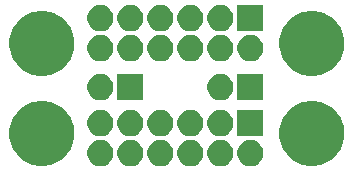
<source format=gbs>
G04 #@! TF.GenerationSoftware,KiCad,Pcbnew,(5.1.5)-3*
G04 #@! TF.CreationDate,2020-11-13T08:06:48-05:00*
G04 #@! TF.ProjectId,PowerDistrib,506f7765-7244-4697-9374-7269622e6b69,rev?*
G04 #@! TF.SameCoordinates,Original*
G04 #@! TF.FileFunction,Soldermask,Bot*
G04 #@! TF.FilePolarity,Negative*
%FSLAX46Y46*%
G04 Gerber Fmt 4.6, Leading zero omitted, Abs format (unit mm)*
G04 Created by KiCad (PCBNEW (5.1.5)-3) date 2020-11-13 08:06:48*
%MOMM*%
%LPD*%
G04 APERTURE LIST*
%ADD10C,0.150000*%
G04 APERTURE END LIST*
D10*
G36*
X137990024Y-77424425D02*
G01*
X138190939Y-77507647D01*
X138190940Y-77507648D01*
X138371759Y-77628467D01*
X138525533Y-77782241D01*
X138525534Y-77782243D01*
X138646353Y-77963061D01*
X138729575Y-78163976D01*
X138772000Y-78377264D01*
X138772000Y-78594736D01*
X138729575Y-78808024D01*
X138646353Y-79008939D01*
X138646352Y-79008940D01*
X138525533Y-79189759D01*
X138371759Y-79343533D01*
X138280735Y-79404353D01*
X138190939Y-79464353D01*
X137990024Y-79547575D01*
X137776736Y-79590000D01*
X137559264Y-79590000D01*
X137345976Y-79547575D01*
X137145061Y-79464353D01*
X137055265Y-79404353D01*
X136964241Y-79343533D01*
X136810467Y-79189759D01*
X136689648Y-79008940D01*
X136689647Y-79008939D01*
X136606425Y-78808024D01*
X136564000Y-78594736D01*
X136564000Y-78377264D01*
X136606425Y-78163976D01*
X136689647Y-77963061D01*
X136810466Y-77782243D01*
X136810467Y-77782241D01*
X136964241Y-77628467D01*
X137145060Y-77507648D01*
X137145061Y-77507647D01*
X137345976Y-77424425D01*
X137559264Y-77382000D01*
X137776736Y-77382000D01*
X137990024Y-77424425D01*
G37*
G36*
X132910024Y-77424425D02*
G01*
X133110939Y-77507647D01*
X133110940Y-77507648D01*
X133291759Y-77628467D01*
X133445533Y-77782241D01*
X133445534Y-77782243D01*
X133566353Y-77963061D01*
X133649575Y-78163976D01*
X133692000Y-78377264D01*
X133692000Y-78594736D01*
X133649575Y-78808024D01*
X133566353Y-79008939D01*
X133566352Y-79008940D01*
X133445533Y-79189759D01*
X133291759Y-79343533D01*
X133200735Y-79404353D01*
X133110939Y-79464353D01*
X132910024Y-79547575D01*
X132696736Y-79590000D01*
X132479264Y-79590000D01*
X132265976Y-79547575D01*
X132065061Y-79464353D01*
X131975265Y-79404353D01*
X131884241Y-79343533D01*
X131730467Y-79189759D01*
X131609648Y-79008940D01*
X131609647Y-79008939D01*
X131526425Y-78808024D01*
X131484000Y-78594736D01*
X131484000Y-78377264D01*
X131526425Y-78163976D01*
X131609647Y-77963061D01*
X131730466Y-77782243D01*
X131730467Y-77782241D01*
X131884241Y-77628467D01*
X132065060Y-77507648D01*
X132065061Y-77507647D01*
X132265976Y-77424425D01*
X132479264Y-77382000D01*
X132696736Y-77382000D01*
X132910024Y-77424425D01*
G37*
G36*
X130370024Y-77424425D02*
G01*
X130570939Y-77507647D01*
X130570940Y-77507648D01*
X130751759Y-77628467D01*
X130905533Y-77782241D01*
X130905534Y-77782243D01*
X131026353Y-77963061D01*
X131109575Y-78163976D01*
X131152000Y-78377264D01*
X131152000Y-78594736D01*
X131109575Y-78808024D01*
X131026353Y-79008939D01*
X131026352Y-79008940D01*
X130905533Y-79189759D01*
X130751759Y-79343533D01*
X130660735Y-79404353D01*
X130570939Y-79464353D01*
X130370024Y-79547575D01*
X130156736Y-79590000D01*
X129939264Y-79590000D01*
X129725976Y-79547575D01*
X129525061Y-79464353D01*
X129435265Y-79404353D01*
X129344241Y-79343533D01*
X129190467Y-79189759D01*
X129069648Y-79008940D01*
X129069647Y-79008939D01*
X128986425Y-78808024D01*
X128944000Y-78594736D01*
X128944000Y-78377264D01*
X128986425Y-78163976D01*
X129069647Y-77963061D01*
X129190466Y-77782243D01*
X129190467Y-77782241D01*
X129344241Y-77628467D01*
X129525060Y-77507648D01*
X129525061Y-77507647D01*
X129725976Y-77424425D01*
X129939264Y-77382000D01*
X130156736Y-77382000D01*
X130370024Y-77424425D01*
G37*
G36*
X127830024Y-77424425D02*
G01*
X128030939Y-77507647D01*
X128030940Y-77507648D01*
X128211759Y-77628467D01*
X128365533Y-77782241D01*
X128365534Y-77782243D01*
X128486353Y-77963061D01*
X128569575Y-78163976D01*
X128612000Y-78377264D01*
X128612000Y-78594736D01*
X128569575Y-78808024D01*
X128486353Y-79008939D01*
X128486352Y-79008940D01*
X128365533Y-79189759D01*
X128211759Y-79343533D01*
X128120735Y-79404353D01*
X128030939Y-79464353D01*
X127830024Y-79547575D01*
X127616736Y-79590000D01*
X127399264Y-79590000D01*
X127185976Y-79547575D01*
X126985061Y-79464353D01*
X126895265Y-79404353D01*
X126804241Y-79343533D01*
X126650467Y-79189759D01*
X126529648Y-79008940D01*
X126529647Y-79008939D01*
X126446425Y-78808024D01*
X126404000Y-78594736D01*
X126404000Y-78377264D01*
X126446425Y-78163976D01*
X126529647Y-77963061D01*
X126650466Y-77782243D01*
X126650467Y-77782241D01*
X126804241Y-77628467D01*
X126985060Y-77507648D01*
X126985061Y-77507647D01*
X127185976Y-77424425D01*
X127399264Y-77382000D01*
X127616736Y-77382000D01*
X127830024Y-77424425D01*
G37*
G36*
X125290024Y-77424425D02*
G01*
X125490939Y-77507647D01*
X125490940Y-77507648D01*
X125671759Y-77628467D01*
X125825533Y-77782241D01*
X125825534Y-77782243D01*
X125946353Y-77963061D01*
X126029575Y-78163976D01*
X126072000Y-78377264D01*
X126072000Y-78594736D01*
X126029575Y-78808024D01*
X125946353Y-79008939D01*
X125946352Y-79008940D01*
X125825533Y-79189759D01*
X125671759Y-79343533D01*
X125580735Y-79404353D01*
X125490939Y-79464353D01*
X125290024Y-79547575D01*
X125076736Y-79590000D01*
X124859264Y-79590000D01*
X124645976Y-79547575D01*
X124445061Y-79464353D01*
X124355265Y-79404353D01*
X124264241Y-79343533D01*
X124110467Y-79189759D01*
X123989648Y-79008940D01*
X123989647Y-79008939D01*
X123906425Y-78808024D01*
X123864000Y-78594736D01*
X123864000Y-78377264D01*
X123906425Y-78163976D01*
X123989647Y-77963061D01*
X124110466Y-77782243D01*
X124110467Y-77782241D01*
X124264241Y-77628467D01*
X124445060Y-77507648D01*
X124445061Y-77507647D01*
X124645976Y-77424425D01*
X124859264Y-77382000D01*
X125076736Y-77382000D01*
X125290024Y-77424425D01*
G37*
G36*
X135450024Y-77424425D02*
G01*
X135650939Y-77507647D01*
X135650940Y-77507648D01*
X135831759Y-77628467D01*
X135985533Y-77782241D01*
X135985534Y-77782243D01*
X136106353Y-77963061D01*
X136189575Y-78163976D01*
X136232000Y-78377264D01*
X136232000Y-78594736D01*
X136189575Y-78808024D01*
X136106353Y-79008939D01*
X136106352Y-79008940D01*
X135985533Y-79189759D01*
X135831759Y-79343533D01*
X135740735Y-79404353D01*
X135650939Y-79464353D01*
X135450024Y-79547575D01*
X135236736Y-79590000D01*
X135019264Y-79590000D01*
X134805976Y-79547575D01*
X134605061Y-79464353D01*
X134515265Y-79404353D01*
X134424241Y-79343533D01*
X134270467Y-79189759D01*
X134149648Y-79008940D01*
X134149647Y-79008939D01*
X134066425Y-78808024D01*
X134024000Y-78594736D01*
X134024000Y-78377264D01*
X134066425Y-78163976D01*
X134149647Y-77963061D01*
X134270466Y-77782243D01*
X134270467Y-77782241D01*
X134424241Y-77628467D01*
X134605060Y-77507648D01*
X134605061Y-77507647D01*
X134805976Y-77424425D01*
X135019264Y-77382000D01*
X135236736Y-77382000D01*
X135450024Y-77424425D01*
G37*
G36*
X120640956Y-74151557D02*
G01*
X120818312Y-74186835D01*
X121319508Y-74394437D01*
X121770572Y-74695829D01*
X122154171Y-75079428D01*
X122455563Y-75530492D01*
X122663165Y-76031688D01*
X122698443Y-76209044D01*
X122710176Y-76268025D01*
X122769000Y-76563755D01*
X122769000Y-77106245D01*
X122663165Y-77638312D01*
X122455563Y-78139508D01*
X122154171Y-78590572D01*
X121770572Y-78974171D01*
X121319508Y-79275563D01*
X120818312Y-79483165D01*
X120640956Y-79518443D01*
X120286247Y-79589000D01*
X119743753Y-79589000D01*
X119389044Y-79518443D01*
X119211688Y-79483165D01*
X118710492Y-79275563D01*
X118259428Y-78974171D01*
X117875829Y-78590572D01*
X117574437Y-78139508D01*
X117366835Y-77638312D01*
X117261000Y-77106245D01*
X117261000Y-76563755D01*
X117319825Y-76268025D01*
X117331557Y-76209044D01*
X117366835Y-76031688D01*
X117574437Y-75530492D01*
X117875829Y-75079428D01*
X118259428Y-74695829D01*
X118710492Y-74394437D01*
X119211688Y-74186835D01*
X119389044Y-74151557D01*
X119743753Y-74081000D01*
X120286247Y-74081000D01*
X120640956Y-74151557D01*
G37*
G36*
X143500956Y-74151557D02*
G01*
X143678312Y-74186835D01*
X144179508Y-74394437D01*
X144630572Y-74695829D01*
X145014171Y-75079428D01*
X145315563Y-75530492D01*
X145523165Y-76031688D01*
X145558443Y-76209044D01*
X145570176Y-76268025D01*
X145629000Y-76563755D01*
X145629000Y-77106245D01*
X145523165Y-77638312D01*
X145315563Y-78139508D01*
X145014171Y-78590572D01*
X144630572Y-78974171D01*
X144179508Y-79275563D01*
X143678312Y-79483165D01*
X143500956Y-79518443D01*
X143146247Y-79589000D01*
X142603753Y-79589000D01*
X142249044Y-79518443D01*
X142071688Y-79483165D01*
X141570492Y-79275563D01*
X141119428Y-78974171D01*
X140735829Y-78590572D01*
X140434437Y-78139508D01*
X140226835Y-77638312D01*
X140121000Y-77106245D01*
X140121000Y-76563755D01*
X140179825Y-76268025D01*
X140191557Y-76209044D01*
X140226835Y-76031688D01*
X140434437Y-75530492D01*
X140735829Y-75079428D01*
X141119428Y-74695829D01*
X141570492Y-74394437D01*
X142071688Y-74186835D01*
X142249044Y-74151557D01*
X142603753Y-74081000D01*
X143146247Y-74081000D01*
X143500956Y-74151557D01*
G37*
G36*
X127830024Y-74884425D02*
G01*
X128030939Y-74967647D01*
X128030940Y-74967648D01*
X128211759Y-75088467D01*
X128365533Y-75242241D01*
X128365534Y-75242243D01*
X128486353Y-75423061D01*
X128569575Y-75623976D01*
X128612000Y-75837264D01*
X128612000Y-76054736D01*
X128569575Y-76268024D01*
X128486353Y-76468939D01*
X128486352Y-76468940D01*
X128365533Y-76649759D01*
X128211759Y-76803533D01*
X128120735Y-76864353D01*
X128030939Y-76924353D01*
X127830024Y-77007575D01*
X127616736Y-77050000D01*
X127399264Y-77050000D01*
X127185976Y-77007575D01*
X126985061Y-76924353D01*
X126895265Y-76864353D01*
X126804241Y-76803533D01*
X126650467Y-76649759D01*
X126529648Y-76468940D01*
X126529647Y-76468939D01*
X126446425Y-76268024D01*
X126404000Y-76054736D01*
X126404000Y-75837264D01*
X126446425Y-75623976D01*
X126529647Y-75423061D01*
X126650466Y-75242243D01*
X126650467Y-75242241D01*
X126804241Y-75088467D01*
X126985060Y-74967648D01*
X126985061Y-74967647D01*
X127185976Y-74884425D01*
X127399264Y-74842000D01*
X127616736Y-74842000D01*
X127830024Y-74884425D01*
G37*
G36*
X138772000Y-77050000D02*
G01*
X136564000Y-77050000D01*
X136564000Y-74842000D01*
X138772000Y-74842000D01*
X138772000Y-77050000D01*
G37*
G36*
X135450024Y-74884425D02*
G01*
X135650939Y-74967647D01*
X135650940Y-74967648D01*
X135831759Y-75088467D01*
X135985533Y-75242241D01*
X135985534Y-75242243D01*
X136106353Y-75423061D01*
X136189575Y-75623976D01*
X136232000Y-75837264D01*
X136232000Y-76054736D01*
X136189575Y-76268024D01*
X136106353Y-76468939D01*
X136106352Y-76468940D01*
X135985533Y-76649759D01*
X135831759Y-76803533D01*
X135740735Y-76864353D01*
X135650939Y-76924353D01*
X135450024Y-77007575D01*
X135236736Y-77050000D01*
X135019264Y-77050000D01*
X134805976Y-77007575D01*
X134605061Y-76924353D01*
X134515265Y-76864353D01*
X134424241Y-76803533D01*
X134270467Y-76649759D01*
X134149648Y-76468940D01*
X134149647Y-76468939D01*
X134066425Y-76268024D01*
X134024000Y-76054736D01*
X134024000Y-75837264D01*
X134066425Y-75623976D01*
X134149647Y-75423061D01*
X134270466Y-75242243D01*
X134270467Y-75242241D01*
X134424241Y-75088467D01*
X134605060Y-74967648D01*
X134605061Y-74967647D01*
X134805976Y-74884425D01*
X135019264Y-74842000D01*
X135236736Y-74842000D01*
X135450024Y-74884425D01*
G37*
G36*
X132910024Y-74884425D02*
G01*
X133110939Y-74967647D01*
X133110940Y-74967648D01*
X133291759Y-75088467D01*
X133445533Y-75242241D01*
X133445534Y-75242243D01*
X133566353Y-75423061D01*
X133649575Y-75623976D01*
X133692000Y-75837264D01*
X133692000Y-76054736D01*
X133649575Y-76268024D01*
X133566353Y-76468939D01*
X133566352Y-76468940D01*
X133445533Y-76649759D01*
X133291759Y-76803533D01*
X133200735Y-76864353D01*
X133110939Y-76924353D01*
X132910024Y-77007575D01*
X132696736Y-77050000D01*
X132479264Y-77050000D01*
X132265976Y-77007575D01*
X132065061Y-76924353D01*
X131975265Y-76864353D01*
X131884241Y-76803533D01*
X131730467Y-76649759D01*
X131609648Y-76468940D01*
X131609647Y-76468939D01*
X131526425Y-76268024D01*
X131484000Y-76054736D01*
X131484000Y-75837264D01*
X131526425Y-75623976D01*
X131609647Y-75423061D01*
X131730466Y-75242243D01*
X131730467Y-75242241D01*
X131884241Y-75088467D01*
X132065060Y-74967648D01*
X132065061Y-74967647D01*
X132265976Y-74884425D01*
X132479264Y-74842000D01*
X132696736Y-74842000D01*
X132910024Y-74884425D01*
G37*
G36*
X130370024Y-74884425D02*
G01*
X130570939Y-74967647D01*
X130570940Y-74967648D01*
X130751759Y-75088467D01*
X130905533Y-75242241D01*
X130905534Y-75242243D01*
X131026353Y-75423061D01*
X131109575Y-75623976D01*
X131152000Y-75837264D01*
X131152000Y-76054736D01*
X131109575Y-76268024D01*
X131026353Y-76468939D01*
X131026352Y-76468940D01*
X130905533Y-76649759D01*
X130751759Y-76803533D01*
X130660735Y-76864353D01*
X130570939Y-76924353D01*
X130370024Y-77007575D01*
X130156736Y-77050000D01*
X129939264Y-77050000D01*
X129725976Y-77007575D01*
X129525061Y-76924353D01*
X129435265Y-76864353D01*
X129344241Y-76803533D01*
X129190467Y-76649759D01*
X129069648Y-76468940D01*
X129069647Y-76468939D01*
X128986425Y-76268024D01*
X128944000Y-76054736D01*
X128944000Y-75837264D01*
X128986425Y-75623976D01*
X129069647Y-75423061D01*
X129190466Y-75242243D01*
X129190467Y-75242241D01*
X129344241Y-75088467D01*
X129525060Y-74967648D01*
X129525061Y-74967647D01*
X129725976Y-74884425D01*
X129939264Y-74842000D01*
X130156736Y-74842000D01*
X130370024Y-74884425D01*
G37*
G36*
X125290024Y-74884425D02*
G01*
X125490939Y-74967647D01*
X125490940Y-74967648D01*
X125671759Y-75088467D01*
X125825533Y-75242241D01*
X125825534Y-75242243D01*
X125946353Y-75423061D01*
X126029575Y-75623976D01*
X126072000Y-75837264D01*
X126072000Y-76054736D01*
X126029575Y-76268024D01*
X125946353Y-76468939D01*
X125946352Y-76468940D01*
X125825533Y-76649759D01*
X125671759Y-76803533D01*
X125580735Y-76864353D01*
X125490939Y-76924353D01*
X125290024Y-77007575D01*
X125076736Y-77050000D01*
X124859264Y-77050000D01*
X124645976Y-77007575D01*
X124445061Y-76924353D01*
X124355265Y-76864353D01*
X124264241Y-76803533D01*
X124110467Y-76649759D01*
X123989648Y-76468940D01*
X123989647Y-76468939D01*
X123906425Y-76268024D01*
X123864000Y-76054736D01*
X123864000Y-75837264D01*
X123906425Y-75623976D01*
X123989647Y-75423061D01*
X124110466Y-75242243D01*
X124110467Y-75242241D01*
X124264241Y-75088467D01*
X124445060Y-74967648D01*
X124445061Y-74967647D01*
X124645976Y-74884425D01*
X124859264Y-74842000D01*
X125076736Y-74842000D01*
X125290024Y-74884425D01*
G37*
G36*
X128612000Y-74002000D02*
G01*
X126404000Y-74002000D01*
X126404000Y-71794000D01*
X128612000Y-71794000D01*
X128612000Y-74002000D01*
G37*
G36*
X138772000Y-74002000D02*
G01*
X136564000Y-74002000D01*
X136564000Y-71794000D01*
X138772000Y-71794000D01*
X138772000Y-74002000D01*
G37*
G36*
X135450024Y-71836425D02*
G01*
X135650939Y-71919647D01*
X135650940Y-71919648D01*
X135831759Y-72040467D01*
X135985533Y-72194241D01*
X135985534Y-72194243D01*
X136106353Y-72375061D01*
X136189575Y-72575976D01*
X136232000Y-72789264D01*
X136232000Y-73006736D01*
X136189575Y-73220024D01*
X136106353Y-73420939D01*
X136106352Y-73420940D01*
X135985533Y-73601759D01*
X135831759Y-73755533D01*
X135740735Y-73816353D01*
X135650939Y-73876353D01*
X135450024Y-73959575D01*
X135236736Y-74002000D01*
X135019264Y-74002000D01*
X134805976Y-73959575D01*
X134605061Y-73876353D01*
X134515265Y-73816353D01*
X134424241Y-73755533D01*
X134270467Y-73601759D01*
X134149648Y-73420940D01*
X134149647Y-73420939D01*
X134066425Y-73220024D01*
X134024000Y-73006736D01*
X134024000Y-72789264D01*
X134066425Y-72575976D01*
X134149647Y-72375061D01*
X134270466Y-72194243D01*
X134270467Y-72194241D01*
X134424241Y-72040467D01*
X134605060Y-71919648D01*
X134605061Y-71919647D01*
X134805976Y-71836425D01*
X135019264Y-71794000D01*
X135236736Y-71794000D01*
X135450024Y-71836425D01*
G37*
G36*
X125290024Y-71836425D02*
G01*
X125490939Y-71919647D01*
X125490940Y-71919648D01*
X125671759Y-72040467D01*
X125825533Y-72194241D01*
X125825534Y-72194243D01*
X125946353Y-72375061D01*
X126029575Y-72575976D01*
X126072000Y-72789264D01*
X126072000Y-73006736D01*
X126029575Y-73220024D01*
X125946353Y-73420939D01*
X125946352Y-73420940D01*
X125825533Y-73601759D01*
X125671759Y-73755533D01*
X125580735Y-73816353D01*
X125490939Y-73876353D01*
X125290024Y-73959575D01*
X125076736Y-74002000D01*
X124859264Y-74002000D01*
X124645976Y-73959575D01*
X124445061Y-73876353D01*
X124355265Y-73816353D01*
X124264241Y-73755533D01*
X124110467Y-73601759D01*
X123989648Y-73420940D01*
X123989647Y-73420939D01*
X123906425Y-73220024D01*
X123864000Y-73006736D01*
X123864000Y-72789264D01*
X123906425Y-72575976D01*
X123989647Y-72375061D01*
X124110466Y-72194243D01*
X124110467Y-72194241D01*
X124264241Y-72040467D01*
X124445060Y-71919648D01*
X124445061Y-71919647D01*
X124645976Y-71836425D01*
X124859264Y-71794000D01*
X125076736Y-71794000D01*
X125290024Y-71836425D01*
G37*
G36*
X143500956Y-66531557D02*
G01*
X143678312Y-66566835D01*
X144032709Y-66713631D01*
X144081827Y-66733976D01*
X144179508Y-66774437D01*
X144630572Y-67075829D01*
X145014171Y-67459428D01*
X145315563Y-67910492D01*
X145418913Y-68160000D01*
X145523165Y-68411689D01*
X145629000Y-68943753D01*
X145629000Y-69486247D01*
X145585540Y-69704735D01*
X145523165Y-70018312D01*
X145315563Y-70519508D01*
X145014171Y-70970572D01*
X144630572Y-71354171D01*
X144179508Y-71655563D01*
X143678312Y-71863165D01*
X143500956Y-71898443D01*
X143146247Y-71969000D01*
X142603753Y-71969000D01*
X142249044Y-71898443D01*
X142071688Y-71863165D01*
X141570492Y-71655563D01*
X141119428Y-71354171D01*
X140735829Y-70970572D01*
X140434437Y-70519508D01*
X140226835Y-70018312D01*
X140164460Y-69704735D01*
X140121000Y-69486247D01*
X140121000Y-68943753D01*
X140226835Y-68411689D01*
X140331088Y-68160000D01*
X140434437Y-67910492D01*
X140735829Y-67459428D01*
X141119428Y-67075829D01*
X141570492Y-66774437D01*
X141668174Y-66733976D01*
X141717291Y-66713631D01*
X142071688Y-66566835D01*
X142249044Y-66531557D01*
X142603753Y-66461000D01*
X143146247Y-66461000D01*
X143500956Y-66531557D01*
G37*
G36*
X120640956Y-66531557D02*
G01*
X120818312Y-66566835D01*
X121172709Y-66713631D01*
X121221827Y-66733976D01*
X121319508Y-66774437D01*
X121770572Y-67075829D01*
X122154171Y-67459428D01*
X122455563Y-67910492D01*
X122558913Y-68160000D01*
X122663165Y-68411689D01*
X122769000Y-68943753D01*
X122769000Y-69486247D01*
X122725540Y-69704735D01*
X122663165Y-70018312D01*
X122455563Y-70519508D01*
X122154171Y-70970572D01*
X121770572Y-71354171D01*
X121319508Y-71655563D01*
X120818312Y-71863165D01*
X120640956Y-71898443D01*
X120286247Y-71969000D01*
X119743753Y-71969000D01*
X119389044Y-71898443D01*
X119211688Y-71863165D01*
X118710492Y-71655563D01*
X118259428Y-71354171D01*
X117875829Y-70970572D01*
X117574437Y-70519508D01*
X117366835Y-70018312D01*
X117304460Y-69704735D01*
X117261000Y-69486247D01*
X117261000Y-68943753D01*
X117366835Y-68411689D01*
X117471088Y-68160000D01*
X117574437Y-67910492D01*
X117875829Y-67459428D01*
X118259428Y-67075829D01*
X118710492Y-66774437D01*
X118808174Y-66733976D01*
X118857291Y-66713631D01*
X119211688Y-66566835D01*
X119389044Y-66531557D01*
X119743753Y-66461000D01*
X120286247Y-66461000D01*
X120640956Y-66531557D01*
G37*
G36*
X127830024Y-68534425D02*
G01*
X128030939Y-68617647D01*
X128030940Y-68617648D01*
X128211759Y-68738467D01*
X128365533Y-68892241D01*
X128365534Y-68892243D01*
X128486353Y-69073061D01*
X128569575Y-69273976D01*
X128612000Y-69487264D01*
X128612000Y-69704736D01*
X128569575Y-69918024D01*
X128486353Y-70118939D01*
X128486352Y-70118940D01*
X128365533Y-70299759D01*
X128211759Y-70453533D01*
X128120735Y-70514353D01*
X128030939Y-70574353D01*
X127830024Y-70657575D01*
X127616736Y-70700000D01*
X127399264Y-70700000D01*
X127185976Y-70657575D01*
X126985061Y-70574353D01*
X126895265Y-70514353D01*
X126804241Y-70453533D01*
X126650467Y-70299759D01*
X126529648Y-70118940D01*
X126529647Y-70118939D01*
X126446425Y-69918024D01*
X126404000Y-69704736D01*
X126404000Y-69487264D01*
X126446425Y-69273976D01*
X126529647Y-69073061D01*
X126650466Y-68892243D01*
X126650467Y-68892241D01*
X126804241Y-68738467D01*
X126985060Y-68617648D01*
X126985061Y-68617647D01*
X127185976Y-68534425D01*
X127399264Y-68492000D01*
X127616736Y-68492000D01*
X127830024Y-68534425D01*
G37*
G36*
X132910024Y-68534425D02*
G01*
X133110939Y-68617647D01*
X133110940Y-68617648D01*
X133291759Y-68738467D01*
X133445533Y-68892241D01*
X133445534Y-68892243D01*
X133566353Y-69073061D01*
X133649575Y-69273976D01*
X133692000Y-69487264D01*
X133692000Y-69704736D01*
X133649575Y-69918024D01*
X133566353Y-70118939D01*
X133566352Y-70118940D01*
X133445533Y-70299759D01*
X133291759Y-70453533D01*
X133200735Y-70514353D01*
X133110939Y-70574353D01*
X132910024Y-70657575D01*
X132696736Y-70700000D01*
X132479264Y-70700000D01*
X132265976Y-70657575D01*
X132065061Y-70574353D01*
X131975265Y-70514353D01*
X131884241Y-70453533D01*
X131730467Y-70299759D01*
X131609648Y-70118940D01*
X131609647Y-70118939D01*
X131526425Y-69918024D01*
X131484000Y-69704736D01*
X131484000Y-69487264D01*
X131526425Y-69273976D01*
X131609647Y-69073061D01*
X131730466Y-68892243D01*
X131730467Y-68892241D01*
X131884241Y-68738467D01*
X132065060Y-68617648D01*
X132065061Y-68617647D01*
X132265976Y-68534425D01*
X132479264Y-68492000D01*
X132696736Y-68492000D01*
X132910024Y-68534425D01*
G37*
G36*
X125290024Y-68534425D02*
G01*
X125490939Y-68617647D01*
X125490940Y-68617648D01*
X125671759Y-68738467D01*
X125825533Y-68892241D01*
X125825534Y-68892243D01*
X125946353Y-69073061D01*
X126029575Y-69273976D01*
X126072000Y-69487264D01*
X126072000Y-69704736D01*
X126029575Y-69918024D01*
X125946353Y-70118939D01*
X125946352Y-70118940D01*
X125825533Y-70299759D01*
X125671759Y-70453533D01*
X125580735Y-70514353D01*
X125490939Y-70574353D01*
X125290024Y-70657575D01*
X125076736Y-70700000D01*
X124859264Y-70700000D01*
X124645976Y-70657575D01*
X124445061Y-70574353D01*
X124355265Y-70514353D01*
X124264241Y-70453533D01*
X124110467Y-70299759D01*
X123989648Y-70118940D01*
X123989647Y-70118939D01*
X123906425Y-69918024D01*
X123864000Y-69704736D01*
X123864000Y-69487264D01*
X123906425Y-69273976D01*
X123989647Y-69073061D01*
X124110466Y-68892243D01*
X124110467Y-68892241D01*
X124264241Y-68738467D01*
X124445060Y-68617648D01*
X124445061Y-68617647D01*
X124645976Y-68534425D01*
X124859264Y-68492000D01*
X125076736Y-68492000D01*
X125290024Y-68534425D01*
G37*
G36*
X135450024Y-68534425D02*
G01*
X135650939Y-68617647D01*
X135650940Y-68617648D01*
X135831759Y-68738467D01*
X135985533Y-68892241D01*
X135985534Y-68892243D01*
X136106353Y-69073061D01*
X136189575Y-69273976D01*
X136232000Y-69487264D01*
X136232000Y-69704736D01*
X136189575Y-69918024D01*
X136106353Y-70118939D01*
X136106352Y-70118940D01*
X135985533Y-70299759D01*
X135831759Y-70453533D01*
X135740735Y-70514353D01*
X135650939Y-70574353D01*
X135450024Y-70657575D01*
X135236736Y-70700000D01*
X135019264Y-70700000D01*
X134805976Y-70657575D01*
X134605061Y-70574353D01*
X134515265Y-70514353D01*
X134424241Y-70453533D01*
X134270467Y-70299759D01*
X134149648Y-70118940D01*
X134149647Y-70118939D01*
X134066425Y-69918024D01*
X134024000Y-69704736D01*
X134024000Y-69487264D01*
X134066425Y-69273976D01*
X134149647Y-69073061D01*
X134270466Y-68892243D01*
X134270467Y-68892241D01*
X134424241Y-68738467D01*
X134605060Y-68617648D01*
X134605061Y-68617647D01*
X134805976Y-68534425D01*
X135019264Y-68492000D01*
X135236736Y-68492000D01*
X135450024Y-68534425D01*
G37*
G36*
X130370024Y-68534425D02*
G01*
X130570939Y-68617647D01*
X130570940Y-68617648D01*
X130751759Y-68738467D01*
X130905533Y-68892241D01*
X130905534Y-68892243D01*
X131026353Y-69073061D01*
X131109575Y-69273976D01*
X131152000Y-69487264D01*
X131152000Y-69704736D01*
X131109575Y-69918024D01*
X131026353Y-70118939D01*
X131026352Y-70118940D01*
X130905533Y-70299759D01*
X130751759Y-70453533D01*
X130660735Y-70514353D01*
X130570939Y-70574353D01*
X130370024Y-70657575D01*
X130156736Y-70700000D01*
X129939264Y-70700000D01*
X129725976Y-70657575D01*
X129525061Y-70574353D01*
X129435265Y-70514353D01*
X129344241Y-70453533D01*
X129190467Y-70299759D01*
X129069648Y-70118940D01*
X129069647Y-70118939D01*
X128986425Y-69918024D01*
X128944000Y-69704736D01*
X128944000Y-69487264D01*
X128986425Y-69273976D01*
X129069647Y-69073061D01*
X129190466Y-68892243D01*
X129190467Y-68892241D01*
X129344241Y-68738467D01*
X129525060Y-68617648D01*
X129525061Y-68617647D01*
X129725976Y-68534425D01*
X129939264Y-68492000D01*
X130156736Y-68492000D01*
X130370024Y-68534425D01*
G37*
G36*
X137990024Y-68534425D02*
G01*
X138190939Y-68617647D01*
X138190940Y-68617648D01*
X138371759Y-68738467D01*
X138525533Y-68892241D01*
X138525534Y-68892243D01*
X138646353Y-69073061D01*
X138729575Y-69273976D01*
X138772000Y-69487264D01*
X138772000Y-69704736D01*
X138729575Y-69918024D01*
X138646353Y-70118939D01*
X138646352Y-70118940D01*
X138525533Y-70299759D01*
X138371759Y-70453533D01*
X138280735Y-70514353D01*
X138190939Y-70574353D01*
X137990024Y-70657575D01*
X137776736Y-70700000D01*
X137559264Y-70700000D01*
X137345976Y-70657575D01*
X137145061Y-70574353D01*
X137055265Y-70514353D01*
X136964241Y-70453533D01*
X136810467Y-70299759D01*
X136689648Y-70118940D01*
X136689647Y-70118939D01*
X136606425Y-69918024D01*
X136564000Y-69704736D01*
X136564000Y-69487264D01*
X136606425Y-69273976D01*
X136689647Y-69073061D01*
X136810466Y-68892243D01*
X136810467Y-68892241D01*
X136964241Y-68738467D01*
X137145060Y-68617648D01*
X137145061Y-68617647D01*
X137345976Y-68534425D01*
X137559264Y-68492000D01*
X137776736Y-68492000D01*
X137990024Y-68534425D01*
G37*
G36*
X125290024Y-65994425D02*
G01*
X125490939Y-66077647D01*
X125490940Y-66077648D01*
X125671759Y-66198467D01*
X125825533Y-66352241D01*
X125825534Y-66352243D01*
X125946353Y-66533061D01*
X126029575Y-66733976D01*
X126072000Y-66947264D01*
X126072000Y-67164736D01*
X126029575Y-67378024D01*
X125946353Y-67578939D01*
X125946352Y-67578940D01*
X125825533Y-67759759D01*
X125671759Y-67913533D01*
X125580735Y-67974353D01*
X125490939Y-68034353D01*
X125290024Y-68117575D01*
X125076736Y-68160000D01*
X124859264Y-68160000D01*
X124645976Y-68117575D01*
X124445061Y-68034353D01*
X124355265Y-67974353D01*
X124264241Y-67913533D01*
X124110467Y-67759759D01*
X123989648Y-67578940D01*
X123989647Y-67578939D01*
X123906425Y-67378024D01*
X123864000Y-67164736D01*
X123864000Y-66947264D01*
X123906425Y-66733976D01*
X123989647Y-66533061D01*
X124110466Y-66352243D01*
X124110467Y-66352241D01*
X124264241Y-66198467D01*
X124445060Y-66077648D01*
X124445061Y-66077647D01*
X124645976Y-65994425D01*
X124859264Y-65952000D01*
X125076736Y-65952000D01*
X125290024Y-65994425D01*
G37*
G36*
X135450024Y-65994425D02*
G01*
X135650939Y-66077647D01*
X135650940Y-66077648D01*
X135831759Y-66198467D01*
X135985533Y-66352241D01*
X135985534Y-66352243D01*
X136106353Y-66533061D01*
X136189575Y-66733976D01*
X136232000Y-66947264D01*
X136232000Y-67164736D01*
X136189575Y-67378024D01*
X136106353Y-67578939D01*
X136106352Y-67578940D01*
X135985533Y-67759759D01*
X135831759Y-67913533D01*
X135740735Y-67974353D01*
X135650939Y-68034353D01*
X135450024Y-68117575D01*
X135236736Y-68160000D01*
X135019264Y-68160000D01*
X134805976Y-68117575D01*
X134605061Y-68034353D01*
X134515265Y-67974353D01*
X134424241Y-67913533D01*
X134270467Y-67759759D01*
X134149648Y-67578940D01*
X134149647Y-67578939D01*
X134066425Y-67378024D01*
X134024000Y-67164736D01*
X134024000Y-66947264D01*
X134066425Y-66733976D01*
X134149647Y-66533061D01*
X134270466Y-66352243D01*
X134270467Y-66352241D01*
X134424241Y-66198467D01*
X134605060Y-66077648D01*
X134605061Y-66077647D01*
X134805976Y-65994425D01*
X135019264Y-65952000D01*
X135236736Y-65952000D01*
X135450024Y-65994425D01*
G37*
G36*
X127830024Y-65994425D02*
G01*
X128030939Y-66077647D01*
X128030940Y-66077648D01*
X128211759Y-66198467D01*
X128365533Y-66352241D01*
X128365534Y-66352243D01*
X128486353Y-66533061D01*
X128569575Y-66733976D01*
X128612000Y-66947264D01*
X128612000Y-67164736D01*
X128569575Y-67378024D01*
X128486353Y-67578939D01*
X128486352Y-67578940D01*
X128365533Y-67759759D01*
X128211759Y-67913533D01*
X128120735Y-67974353D01*
X128030939Y-68034353D01*
X127830024Y-68117575D01*
X127616736Y-68160000D01*
X127399264Y-68160000D01*
X127185976Y-68117575D01*
X126985061Y-68034353D01*
X126895265Y-67974353D01*
X126804241Y-67913533D01*
X126650467Y-67759759D01*
X126529648Y-67578940D01*
X126529647Y-67578939D01*
X126446425Y-67378024D01*
X126404000Y-67164736D01*
X126404000Y-66947264D01*
X126446425Y-66733976D01*
X126529647Y-66533061D01*
X126650466Y-66352243D01*
X126650467Y-66352241D01*
X126804241Y-66198467D01*
X126985060Y-66077648D01*
X126985061Y-66077647D01*
X127185976Y-65994425D01*
X127399264Y-65952000D01*
X127616736Y-65952000D01*
X127830024Y-65994425D01*
G37*
G36*
X130370024Y-65994425D02*
G01*
X130570939Y-66077647D01*
X130570940Y-66077648D01*
X130751759Y-66198467D01*
X130905533Y-66352241D01*
X130905534Y-66352243D01*
X131026353Y-66533061D01*
X131109575Y-66733976D01*
X131152000Y-66947264D01*
X131152000Y-67164736D01*
X131109575Y-67378024D01*
X131026353Y-67578939D01*
X131026352Y-67578940D01*
X130905533Y-67759759D01*
X130751759Y-67913533D01*
X130660735Y-67974353D01*
X130570939Y-68034353D01*
X130370024Y-68117575D01*
X130156736Y-68160000D01*
X129939264Y-68160000D01*
X129725976Y-68117575D01*
X129525061Y-68034353D01*
X129435265Y-67974353D01*
X129344241Y-67913533D01*
X129190467Y-67759759D01*
X129069648Y-67578940D01*
X129069647Y-67578939D01*
X128986425Y-67378024D01*
X128944000Y-67164736D01*
X128944000Y-66947264D01*
X128986425Y-66733976D01*
X129069647Y-66533061D01*
X129190466Y-66352243D01*
X129190467Y-66352241D01*
X129344241Y-66198467D01*
X129525060Y-66077648D01*
X129525061Y-66077647D01*
X129725976Y-65994425D01*
X129939264Y-65952000D01*
X130156736Y-65952000D01*
X130370024Y-65994425D01*
G37*
G36*
X132910024Y-65994425D02*
G01*
X133110939Y-66077647D01*
X133110940Y-66077648D01*
X133291759Y-66198467D01*
X133445533Y-66352241D01*
X133445534Y-66352243D01*
X133566353Y-66533061D01*
X133649575Y-66733976D01*
X133692000Y-66947264D01*
X133692000Y-67164736D01*
X133649575Y-67378024D01*
X133566353Y-67578939D01*
X133566352Y-67578940D01*
X133445533Y-67759759D01*
X133291759Y-67913533D01*
X133200735Y-67974353D01*
X133110939Y-68034353D01*
X132910024Y-68117575D01*
X132696736Y-68160000D01*
X132479264Y-68160000D01*
X132265976Y-68117575D01*
X132065061Y-68034353D01*
X131975265Y-67974353D01*
X131884241Y-67913533D01*
X131730467Y-67759759D01*
X131609648Y-67578940D01*
X131609647Y-67578939D01*
X131526425Y-67378024D01*
X131484000Y-67164736D01*
X131484000Y-66947264D01*
X131526425Y-66733976D01*
X131609647Y-66533061D01*
X131730466Y-66352243D01*
X131730467Y-66352241D01*
X131884241Y-66198467D01*
X132065060Y-66077648D01*
X132065061Y-66077647D01*
X132265976Y-65994425D01*
X132479264Y-65952000D01*
X132696736Y-65952000D01*
X132910024Y-65994425D01*
G37*
G36*
X138772000Y-68160000D02*
G01*
X136564000Y-68160000D01*
X136564000Y-65952000D01*
X138772000Y-65952000D01*
X138772000Y-68160000D01*
G37*
M02*

</source>
